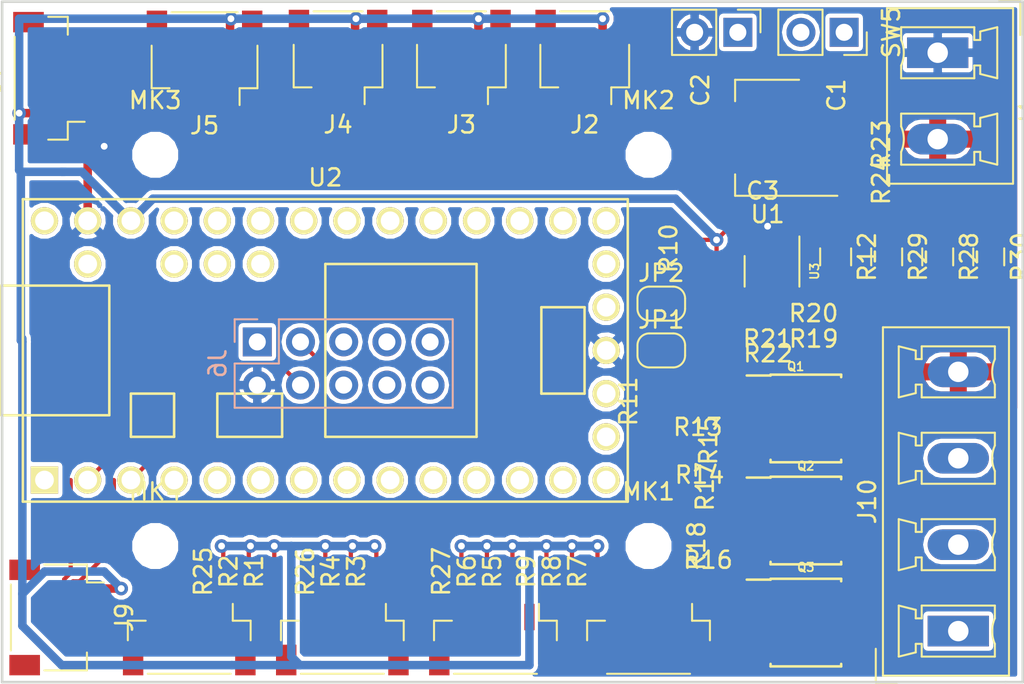
<source format=kicad_pcb>
(kicad_pcb (version 20171130) (host pcbnew 5.0.0-rc2-unknown-2cb65f9~65~ubuntu17.10.1)
  (layers (0 F.Cu signal) (31 B.Cu signal) (34 B.Paste user) (35 F.Paste user) (36 B.SilkS user) (37 F.SilkS user) (38 B.Mask user) (39 F.Mask user) (44 Edge.Cuts user))
  (net 0 "")
  (net 1 "Net-(R19-Pad2)")
  (net 2 "Net-(R21-Pad2)")
  (net 3 /I2C_SDA)
  (net 4 /I2C_SCL)
  (net 5 +3V3)
  (net 6 GND)
  (net 7 +12V)
  (net 8 /ENC_3A)
  (net 9 "Net-(Q3-Pad4)")
  (net 10 /PWM_B)
  (net 11 /ENC_3B)
  (net 12 /ENC_2A)
  (net 13 /ENC_2B)
  (net 14 /ENC_1A)
  (net 15 /ENC_1B)
  (net 16 /ENC_4A)
  (net 17 /ENC_4B)
  (net 18 /PWM_R)
  (net 19 "Net-(Q1-Pad4)")
  (net 20 "Net-(Q2-Pad4)")
  (net 21 /PWM_G)
  (net 22 /ADC_3)
  (net 23 /ADC_2)
  (net 24 /ADC_1)
  (net 25 /TX)
  (net 26 /RX)
  (net 27 "Net-(U2-Pad18)")
  (net 28 /SW2)
  (net 29 "Net-(U2-Pad20)")
  (net 30 "Net-(U2-Pad16)")
  (net 31 "Net-(U2-Pad15)")
  (net 32 /MISO0)
  (net 33 /SCK0)
  (net 34 /SDA)
  (net 35 /SCL)
  (net 36 /SW3)
  (net 37 +5V)
  (net 38 "Net-(U2-Pad34)")
  (net 39 "Net-(U2-Pad35)")
  (net 40 /SW4)
  (net 41 "Net-(U2-Pad37)")
  (net 42 /MOSI0)
  (net 43 /CS0)
  (net 44 /SW1)
  (net 45 "Net-(U2-Pad1)")
  (net 46 "Net-(JP1-Pad1)")
  (net 47 "Net-(JP2-Pad1)")
  (net 48 "Net-(R23-Pad1)")
  (net 49 "Net-(R23-Pad2)")
  (net 50 "Net-(J10-Pad3)")
  (net 51 "Net-(J10-Pad2)")
  (net 52 "Net-(J10-Pad1)")
  (net 53 "Net-(J6-Pad1)")
  (net 54 /12V_SHUNT)
  (module Capacitor_SMD:C_0402_1005Metric (layer F.Cu) (at 144.7125 112.3)
    (fp_text reference C3 (at 0 -1.18) (layer F.SilkS))
    (fp_text value 0.1uF)
    (pad 1 smd rect (at -0.3875 0) (size 0.575 0.65) (layers F.Cu F.Paste F.Mask) (net 5 +3V3))
    (pad 2 smd rect (at 0.3875 0) (size 0.575 0.65) (layers F.Cu F.Paste F.Mask) (net 6 GND))
  )
  (module Capacitor_SMD:C_0603_1608Metric (layer F.Cu) (at 139.6 105.2 270)
    (fp_text reference C2 (at 0 -1.45 270) (layer F.SilkS))
    (fp_text value 10uF)
    (pad 1 smd rect (at -0.8 0 270) (size 0.82 1) (layers F.Cu F.Paste F.Mask) (net 37 +5V))
    (pad 2 smd rect (at 0.8 0 270) (size 0.82 1) (layers F.Cu F.Paste F.Mask) (net 6 GND))
  )
  (module Resistor_SMD:R_0402_1005Metric (layer F.Cu) (at 138 123.5 90)
    (fp_text reference R11 (at 0 -1.18 90) (layer F.SilkS))
    (fp_text value 10K)
    (pad 2 smd rect (at 0.3875 0 90) (size 0.575 0.65) (layers F.Cu F.Paste F.Mask) (net 46 "Net-(JP1-Pad1)"))
    (pad 1 smd rect (at -0.3875 0 90) (size 0.575 0.65) (layers F.Cu F.Paste F.Mask) (net 5 +3V3))
  )
  (module Resistor_SMD:R_0402_1005Metric (layer F.Cu) (at 138 114.5 270)
    (fp_text reference R10 (at 0 -1.18 270) (layer F.SilkS))
    (fp_text value 10K)
    (pad 1 smd rect (at -0.3875 0 270) (size 0.575 0.65) (layers F.Cu F.Paste F.Mask) (net 5 +3V3))
    (pad 2 smd rect (at 0.3875 0 270) (size 0.575 0.65) (layers F.Cu F.Paste F.Mask) (net 47 "Net-(JP2-Pad1)"))
  )
  (module Connector_JST:JST_SH_SM03B-SRSS-TB_1x03-1MP_P1.00mm_Horizontal (layer F.Cu) (at 127 103.25 180)
    (fp_text reference J3 (at 0 -3.98 180) (layer F.SilkS))
    (fp_text value ADC2)
    (pad MP smd rect (at 2.3 1.875 180) (size 1.2 1.8) (layers F.Cu F.Paste F.Mask))
    (pad MP smd rect (at -2.3 1.875 180) (size 1.2 1.8) (layers F.Cu F.Paste F.Mask))
    (pad 3 smd rect (at 1 -2 180) (size 0.6 1.55) (layers F.Cu F.Paste F.Mask) (net 6 GND))
    (pad 2 smd rect (at 0 -2 180) (size 0.6 1.55) (layers F.Cu F.Paste F.Mask) (net 23 /ADC_2))
    (pad 1 smd rect (at -1 -2 180) (size 0.6 1.55) (layers F.Cu F.Paste F.Mask) (net 5 +3V3))
  )
  (module Connector_JST:JST_SH_SM03B-SRSS-TB_1x03-1MP_P1.00mm_Horizontal (layer F.Cu) (at 134.25 103.25 180)
    (fp_text reference J2 (at 0 -3.98 180) (layer F.SilkS))
    (fp_text value ADC1)
    (pad 1 smd rect (at -1 -2 180) (size 0.6 1.55) (layers F.Cu F.Paste F.Mask) (net 5 +3V3))
    (pad 2 smd rect (at 0 -2 180) (size 0.6 1.55) (layers F.Cu F.Paste F.Mask) (net 24 /ADC_1))
    (pad 3 smd rect (at 1 -2 180) (size 0.6 1.55) (layers F.Cu F.Paste F.Mask) (net 6 GND))
    (pad MP smd rect (at -2.3 1.875 180) (size 1.2 1.8) (layers F.Cu F.Paste F.Mask))
    (pad MP smd rect (at 2.3 1.875 180) (size 1.2 1.8) (layers F.Cu F.Paste F.Mask))
  )
  (module Connector_JST:JST_SH_SM03B-SRSS-TB_1x03-1MP_P1.00mm_Horizontal (layer F.Cu) (at 119.75 103.25 180)
    (fp_text reference J4 (at 0 -3.98 180) (layer F.SilkS))
    (fp_text value ADC3)
    (pad 1 smd rect (at -1 -2 180) (size 0.6 1.55) (layers F.Cu F.Paste F.Mask) (net 5 +3V3))
    (pad 2 smd rect (at 0 -2 180) (size 0.6 1.55) (layers F.Cu F.Paste F.Mask) (net 22 /ADC_3))
    (pad 3 smd rect (at 1 -2 180) (size 0.6 1.55) (layers F.Cu F.Paste F.Mask) (net 6 GND))
    (pad MP smd rect (at -2.3 1.875 180) (size 1.2 1.8) (layers F.Cu F.Paste F.Mask))
    (pad MP smd rect (at 2.3 1.875 180) (size 1.2 1.8) (layers F.Cu F.Paste F.Mask))
  )
  (module Connector_JST:JST_SH_BM05B-SRSS-TB_1x05-1MP_P1.00mm_Vertical (layer F.Cu) (at 138 137.5 180)
    (fp_text reference SW4 (at 0 -3.3 180) (layer F.SilkS))
    (fp_text value Rotary_Encoder_Switch)
    (pad MP smd rect (at 3.3 -1.2 180) (size 1.2 1.8) (layers F.Cu F.Paste F.Mask))
    (pad MP smd rect (at -3.3 -1.2 180) (size 1.2 1.8) (layers F.Cu F.Paste F.Mask))
    (pad 5 smd rect (at 2 1.325 180) (size 0.6 1.55) (layers F.Cu F.Paste F.Mask) (net 6 GND))
    (pad 4 smd rect (at 1 1.325 180) (size 0.6 1.55) (layers F.Cu F.Paste F.Mask) (net 40 /SW4))
    (pad 3 smd rect (at 0 1.325 180) (size 0.6 1.55) (layers F.Cu F.Paste F.Mask) (net 17 /ENC_4B))
    (pad 2 smd rect (at -1 1.325 180) (size 0.6 1.55) (layers F.Cu F.Paste F.Mask) (net 6 GND))
    (pad 1 smd rect (at -2 1.325 180) (size 0.6 1.55) (layers F.Cu F.Paste F.Mask) (net 16 /ENC_4A))
  )
  (module Connector_JST:JST_SH_BM05B-SRSS-TB_1x05-1MP_P1.00mm_Vertical (layer F.Cu) (at 129 137.5 180)
    (fp_text reference SW3 (at 0 -3.3 180) (layer F.SilkS))
    (fp_text value Rotary_Encoder_Switch)
    (pad 1 smd rect (at -2 1.325 180) (size 0.6 1.55) (layers F.Cu F.Paste F.Mask) (net 8 /ENC_3A))
    (pad 2 smd rect (at -1 1.325 180) (size 0.6 1.55) (layers F.Cu F.Paste F.Mask) (net 6 GND))
    (pad 3 smd rect (at 0 1.325 180) (size 0.6 1.55) (layers F.Cu F.Paste F.Mask) (net 11 /ENC_3B))
    (pad 4 smd rect (at 1 1.325 180) (size 0.6 1.55) (layers F.Cu F.Paste F.Mask) (net 36 /SW3))
    (pad 5 smd rect (at 2 1.325 180) (size 0.6 1.55) (layers F.Cu F.Paste F.Mask) (net 6 GND))
    (pad MP smd rect (at -3.3 -1.2 180) (size 1.2 1.8) (layers F.Cu F.Paste F.Mask))
    (pad MP smd rect (at 3.3 -1.2 180) (size 1.2 1.8) (layers F.Cu F.Paste F.Mask))
  )
  (module Connector_JST:JST_SH_BM05B-SRSS-TB_1x05-1MP_P1.00mm_Vertical (layer F.Cu) (at 120 137.5 180)
    (fp_text reference SW2 (at 0 -3.3 180) (layer F.SilkS))
    (fp_text value Rotary_Encoder_Switch)
    (pad MP smd rect (at 3.3 -1.2 180) (size 1.2 1.8) (layers F.Cu F.Paste F.Mask))
    (pad MP smd rect (at -3.3 -1.2 180) (size 1.2 1.8) (layers F.Cu F.Paste F.Mask))
    (pad 5 smd rect (at 2 1.325 180) (size 0.6 1.55) (layers F.Cu F.Paste F.Mask) (net 6 GND))
    (pad 4 smd rect (at 1 1.325 180) (size 0.6 1.55) (layers F.Cu F.Paste F.Mask) (net 28 /SW2))
    (pad 3 smd rect (at 0 1.325 180) (size 0.6 1.55) (layers F.Cu F.Paste F.Mask) (net 13 /ENC_2B))
    (pad 2 smd rect (at -1 1.325 180) (size 0.6 1.55) (layers F.Cu F.Paste F.Mask) (net 6 GND))
    (pad 1 smd rect (at -2 1.325 180) (size 0.6 1.55) (layers F.Cu F.Paste F.Mask) (net 12 /ENC_2A))
  )
  (module Connector_JST:JST_SH_BM05B-SRSS-TB_1x05-1MP_P1.00mm_Vertical (layer F.Cu) (at 111 137.5 180)
    (fp_text reference SW1 (at 0 -3.3 180) (layer F.SilkS))
    (fp_text value Rotary_Encoder_Switch)
    (pad 1 smd rect (at -2 1.325 180) (size 0.6 1.55) (layers F.Cu F.Paste F.Mask) (net 14 /ENC_1A))
    (pad 2 smd rect (at -1 1.325 180) (size 0.6 1.55) (layers F.Cu F.Paste F.Mask) (net 6 GND))
    (pad 3 smd rect (at 0 1.325 180) (size 0.6 1.55) (layers F.Cu F.Paste F.Mask) (net 15 /ENC_1B))
    (pad 4 smd rect (at 1 1.325 180) (size 0.6 1.55) (layers F.Cu F.Paste F.Mask) (net 44 /SW1))
    (pad 5 smd rect (at 2 1.325 180) (size 0.6 1.55) (layers F.Cu F.Paste F.Mask) (net 6 GND))
    (pad MP smd rect (at -3.3 -1.2 180) (size 1.2 1.8) (layers F.Cu F.Paste F.Mask))
    (pad MP smd rect (at 3.3 -1.2 180) (size 1.2 1.8) (layers F.Cu F.Paste F.Mask))
  )
  (module MountingHole:MountingHole_2.2mm_M2 (layer F.Cu) (at 109 109)
    (fp_text reference MK3 (at 0 -3.2) (layer F.SilkS))
    (fp_text value Mounting_Hole)
    (pad 1 np_thru_hole circle (at 0 0) (size 2.2 2.2) (drill 2.2) (layers *.Cu *.Mask))
  )
  (module MountingHole:MountingHole_2.2mm_M2 (layer F.Cu) (at 109 132)
    (fp_text reference MK4 (at 0 -3.2) (layer F.SilkS))
    (fp_text value Mounting_Hole)
    (pad 1 np_thru_hole circle (at 0 0) (size 2.2 2.2) (drill 2.2) (layers *.Cu *.Mask))
  )
  (module MountingHole:MountingHole_2.2mm_M2 (layer F.Cu) (at 138 132)
    (fp_text reference MK1 (at 0 -3.2) (layer F.SilkS))
    (fp_text value Mounting_Hole)
    (pad 1 np_thru_hole circle (at 0 0) (size 2.2 2.2) (drill 2.2) (layers *.Cu *.Mask))
  )
  (module MountingHole:MountingHole_2.2mm_M2 (layer F.Cu) (at 138 109)
    (fp_text reference MK2 (at 0 -3.2) (layer F.SilkS))
    (fp_text value Mounting_Hole)
    (pad 1 np_thru_hole circle (at 0 0) (size 2.2 2.2) (drill 2.2) (layers *.Cu *.Mask))
  )
  (module Resistor_SMD:R_0402_1005Metric (layer F.Cu) (at 147.7 119.5)
    (fp_text reference R20 (at 0 -1.18) (layer F.SilkS))
    (fp_text value 10K)
    (pad 2 smd rect (at 0.3875 0) (size 0.575 0.65) (layers F.Cu F.Paste F.Mask) (net 6 GND))
    (pad 1 smd rect (at -0.3875 0) (size 0.575 0.65) (layers F.Cu F.Paste F.Mask) (net 1 "Net-(R19-Pad2)"))
  )
  (module Resistor_SMD:R_0402_1005Metric (layer F.Cu) (at 147.7125 121)
    (fp_text reference R19 (at 0 -1.18) (layer F.SilkS))
    (fp_text value 10K)
    (pad 1 smd rect (at -0.3875 0) (size 0.575 0.65) (layers F.Cu F.Paste F.Mask) (net 5 +3V3))
    (pad 2 smd rect (at 0.3875 0) (size 0.575 0.65) (layers F.Cu F.Paste F.Mask) (net 1 "Net-(R19-Pad2)"))
  )
  (module Resistor_SMD:R_0402_1005Metric (layer F.Cu) (at 142 132 90)
    (fp_text reference R18 (at 0 -1.18 90) (layer F.SilkS))
    (fp_text value 10K)
    (pad 2 smd rect (at 0.3875 0 90) (size 0.575 0.65) (layers F.Cu F.Paste F.Mask) (net 6 GND))
    (pad 1 smd rect (at -0.3875 0 90) (size 0.575 0.65) (layers F.Cu F.Paste F.Mask) (net 9 "Net-(Q3-Pad4)"))
  )
  (module Resistor_SMD:R_0402_1005Metric (layer F.Cu) (at 142.5 128.5 90)
    (fp_text reference R17 (at 0 -1.18 90) (layer F.SilkS))
    (fp_text value 10K)
    (pad 1 smd rect (at -0.3875 0 90) (size 0.575 0.65) (layers F.Cu F.Paste F.Mask) (net 20 "Net-(Q2-Pad4)"))
    (pad 2 smd rect (at 0.3875 0 90) (size 0.575 0.65) (layers F.Cu F.Paste F.Mask) (net 6 GND))
  )
  (module Resistor_SMD:R_0402_1005Metric (layer F.Cu) (at 141.5 134)
    (fp_text reference R16 (at 0 -1.18) (layer F.SilkS))
    (fp_text value 100R)
    (pad 2 smd rect (at 0.3875 0) (size 0.575 0.65) (layers F.Cu F.Paste F.Mask) (net 9 "Net-(Q3-Pad4)"))
    (pad 1 smd rect (at -0.3875 0) (size 0.575 0.65) (layers F.Cu F.Paste F.Mask) (net 18 /PWM_R))
  )
  (module Resistor_SMD:R_0402_1005Metric (layer F.Cu) (at 142.7 125.79 90)
    (fp_text reference R15 (at 0 -1.18 90) (layer F.SilkS))
    (fp_text value 10K)
    (pad 1 smd rect (at -0.3875 0 90) (size 0.575 0.65) (layers F.Cu F.Paste F.Mask) (net 19 "Net-(Q1-Pad4)"))
    (pad 2 smd rect (at 0.3875 0 90) (size 0.575 0.65) (layers F.Cu F.Paste F.Mask) (net 6 GND))
  )
  (module Resistor_SMD:R_0402_1005Metric (layer F.Cu) (at 141 129)
    (fp_text reference R14 (at 0 -1.18) (layer F.SilkS))
    (fp_text value 100R)
    (pad 2 smd rect (at 0.3875 0) (size 0.575 0.65) (layers F.Cu F.Paste F.Mask) (net 20 "Net-(Q2-Pad4)"))
    (pad 1 smd rect (at -0.3875 0) (size 0.575 0.65) (layers F.Cu F.Paste F.Mask) (net 21 /PWM_G))
  )
  (module Resistor_SMD:R_0402_1005Metric (layer F.Cu) (at 140.9 126.19)
    (fp_text reference R13 (at 0 -1.18) (layer F.SilkS))
    (fp_text value 100R)
    (pad 1 smd rect (at -0.3875 0) (size 0.575 0.65) (layers F.Cu F.Paste F.Mask) (net 10 /PWM_B))
    (pad 2 smd rect (at 0.3875 0) (size 0.575 0.65) (layers F.Cu F.Paste F.Mask) (net 19 "Net-(Q1-Pad4)"))
  )
  (module Resistor_SMD:R_0402_1005Metric (layer F.Cu) (at 132 133.5 90)
    (fp_text reference R9 (at 0 -1.18 90) (layer F.SilkS))
    (fp_text value 10K)
    (pad 2 smd rect (at 0.3875 0 90) (size 0.575 0.65) (layers F.Cu F.Paste F.Mask) (net 5 +3V3))
    (pad 1 smd rect (at -0.3875 0 90) (size 0.575 0.65) (layers F.Cu F.Paste F.Mask) (net 40 /SW4))
  )
  (module Resistor_SMD:R_0402_1005Metric (layer F.Cu) (at 133.5 133.5 90)
    (fp_text reference R8 (at 0 -1.18 90) (layer F.SilkS))
    (fp_text value 10K)
    (pad 2 smd rect (at 0.3875 0 90) (size 0.575 0.65) (layers F.Cu F.Paste F.Mask) (net 5 +3V3))
    (pad 1 smd rect (at -0.3875 0 90) (size 0.575 0.65) (layers F.Cu F.Paste F.Mask) (net 17 /ENC_4B))
  )
  (module Resistor_SMD:R_0402_1005Metric (layer F.Cu) (at 145 121)
    (fp_text reference R21 (at 0 -1.18) (layer F.SilkS))
    (fp_text value 10K)
    (pad 1 smd rect (at -0.3875 0) (size 0.575 0.65) (layers F.Cu F.Paste F.Mask) (net 5 +3V3))
    (pad 2 smd rect (at 0.3875 0) (size 0.575 0.65) (layers F.Cu F.Paste F.Mask) (net 2 "Net-(R21-Pad2)"))
  )
  (module Resistor_SMD:R_0402_1005Metric (layer F.Cu) (at 135 133.5 90)
    (fp_text reference R7 (at 0 -1.18 90) (layer F.SilkS))
    (fp_text value 10K)
    (pad 1 smd rect (at -0.3875 0 90) (size 0.575 0.65) (layers F.Cu F.Paste F.Mask) (net 16 /ENC_4A))
    (pad 2 smd rect (at 0.3875 0 90) (size 0.575 0.65) (layers F.Cu F.Paste F.Mask) (net 5 +3V3))
  )
  (module Resistor_SMD:R_0402_1005Metric (layer F.Cu) (at 116 133.5 90)
    (fp_text reference R1 (at 0 -1.18 90) (layer F.SilkS))
    (fp_text value 10K)
    (pad 2 smd rect (at 0.3875 0 90) (size 0.575 0.65) (layers F.Cu F.Paste F.Mask) (net 5 +3V3))
    (pad 1 smd rect (at -0.3875 0 90) (size 0.575 0.65) (layers F.Cu F.Paste F.Mask) (net 14 /ENC_1A))
  )
  (module Resistor_SMD:R_0402_1005Metric (layer F.Cu) (at 114.5 133.5 90)
    (fp_text reference R2 (at 0 -1.18 90) (layer F.SilkS))
    (fp_text value 10K)
    (pad 1 smd rect (at -0.3875 0 90) (size 0.575 0.65) (layers F.Cu F.Paste F.Mask) (net 15 /ENC_1B))
    (pad 2 smd rect (at 0.3875 0 90) (size 0.575 0.65) (layers F.Cu F.Paste F.Mask) (net 5 +3V3))
  )
  (module Resistor_SMD:R_0402_1005Metric (layer F.Cu) (at 122 133.5 90)
    (fp_text reference R3 (at 0 -1.18 90) (layer F.SilkS))
    (fp_text value 10K)
    (pad 2 smd rect (at 0.3875 0 90) (size 0.575 0.65) (layers F.Cu F.Paste F.Mask) (net 5 +3V3))
    (pad 1 smd rect (at -0.3875 0 90) (size 0.575 0.65) (layers F.Cu F.Paste F.Mask) (net 12 /ENC_2A))
  )
  (module Resistor_SMD:R_0402_1005Metric (layer F.Cu) (at 120.5 133.5 90)
    (fp_text reference R4 (at 0 -1.18 90) (layer F.SilkS))
    (fp_text value 10K)
    (pad 1 smd rect (at -0.3875 0 90) (size 0.575 0.65) (layers F.Cu F.Paste F.Mask) (net 13 /ENC_2B))
    (pad 2 smd rect (at 0.3875 0 90) (size 0.575 0.65) (layers F.Cu F.Paste F.Mask) (net 5 +3V3))
  )
  (module Resistor_SMD:R_0402_1005Metric (layer F.Cu) (at 130 133.5 90)
    (fp_text reference R5 (at 0 -1.18 90) (layer F.SilkS))
    (fp_text value 10K)
    (pad 2 smd rect (at 0.3875 0 90) (size 0.575 0.65) (layers F.Cu F.Paste F.Mask) (net 5 +3V3))
    (pad 1 smd rect (at -0.3875 0 90) (size 0.575 0.65) (layers F.Cu F.Paste F.Mask) (net 8 /ENC_3A))
  )
  (module Resistor_SMD:R_0402_1005Metric (layer F.Cu) (at 128.5 133.5 90)
    (fp_text reference R6 (at 0 -1.18 90) (layer F.SilkS))
    (fp_text value 10K)
    (pad 1 smd rect (at -0.3875 0 90) (size 0.575 0.65) (layers F.Cu F.Paste F.Mask) (net 11 /ENC_3B))
    (pad 2 smd rect (at 0.3875 0 90) (size 0.575 0.65) (layers F.Cu F.Paste F.Mask) (net 5 +3V3))
  )
  (module Resistor_SMD:R_0402_1005Metric (layer F.Cu) (at 127 133.5 90)
    (fp_text reference R27 (at 0 -1.18 90) (layer F.SilkS))
    (fp_text value 10K)
    (pad 2 smd rect (at 0.3875 0 90) (size 0.575 0.65) (layers F.Cu F.Paste F.Mask) (net 5 +3V3))
    (pad 1 smd rect (at -0.3875 0 90) (size 0.575 0.65) (layers F.Cu F.Paste F.Mask) (net 36 /SW3))
  )
  (module Resistor_SMD:R_0402_1005Metric (layer F.Cu) (at 119 133.5 90)
    (fp_text reference R26 (at 0 -1.18 90) (layer F.SilkS))
    (fp_text value 10K)
    (pad 1 smd rect (at -0.3875 0 90) (size 0.575 0.65) (layers F.Cu F.Paste F.Mask) (net 28 /SW2))
    (pad 2 smd rect (at 0.3875 0 90) (size 0.575 0.65) (layers F.Cu F.Paste F.Mask) (net 5 +3V3))
  )
  (module Resistor_SMD:R_0402_1005Metric (layer F.Cu) (at 113 133.5 90)
    (fp_text reference R25 (at 0 -1.18 90) (layer F.SilkS))
    (fp_text value 10K)
    (pad 2 smd rect (at 0.3875 0 90) (size 0.575 0.65) (layers F.Cu F.Paste F.Mask) (net 5 +3V3))
    (pad 1 smd rect (at -0.3875 0 90) (size 0.575 0.65) (layers F.Cu F.Paste F.Mask) (net 44 /SW1))
  )
  (module Resistor_SMD:R_0402_1005Metric (layer F.Cu) (at 150.5 110.5 270)
    (fp_text reference R24 (at 0 -1.18 270) (layer F.SilkS))
    (fp_text value 10K)
    (pad 1 smd rect (at -0.3875 0 270) (size 0.575 0.65) (layers F.Cu F.Paste F.Mask) (net 49 "Net-(R23-Pad2)"))
    (pad 2 smd rect (at 0.3875 0 270) (size 0.575 0.65) (layers F.Cu F.Paste F.Mask) (net 6 GND))
  )
  (module Resistor_SMD:R_0402_1005Metric (layer F.Cu) (at 150.5 108.3875 270)
    (fp_text reference R23 (at 0 -1.18 270) (layer F.SilkS))
    (fp_text value 10K)
    (pad 2 smd rect (at 0.3875 0 270) (size 0.575 0.65) (layers F.Cu F.Paste F.Mask) (net 49 "Net-(R23-Pad2)"))
    (pad 1 smd rect (at -0.3875 0 270) (size 0.575 0.65) (layers F.Cu F.Paste F.Mask) (net 48 "Net-(R23-Pad1)"))
  )
  (module Resistor_SMD:R_0402_1005Metric (layer F.Cu) (at 145.03 119.5 180)
    (fp_text reference R22 (at 0 -1.18 180) (layer F.SilkS))
    (fp_text value 10K)
    (pad 1 smd rect (at -0.3875 0 180) (size 0.575 0.65) (layers F.Cu F.Paste F.Mask) (net 2 "Net-(R21-Pad2)"))
    (pad 2 smd rect (at 0.3875 0 180) (size 0.575 0.65) (layers F.Cu F.Paste F.Mask) (net 6 GND))
  )
  (module Resistor_SMD:R_1206_3216Metric (layer F.Cu) (at 158 115 270)
    (fp_text reference R30 (at 0 -1.85 270) (layer F.SilkS))
    (fp_text value 0R1)
    (pad 2 smd rect (at 1.43 0 270) (size 1.22 1.8) (layers F.Cu F.Paste F.Mask) (net 54 /12V_SHUNT))
    (pad 1 smd rect (at -1.43 0 270) (size 1.22 1.8) (layers F.Cu F.Paste F.Mask) (net 7 +12V))
  )
  (module Resistor_SMD:R_1206_3216Metric (layer F.Cu) (at 149 115 270)
    (fp_text reference R12 (at 0 -1.85 270) (layer F.SilkS))
    (fp_text value 0R1)
    (pad 1 smd rect (at -1.43 0 270) (size 1.22 1.8) (layers F.Cu F.Paste F.Mask) (net 7 +12V))
    (pad 2 smd rect (at 1.43 0 270) (size 1.22 1.8) (layers F.Cu F.Paste F.Mask) (net 54 /12V_SHUNT))
  )
  (module Resistor_SMD:R_1206_3216Metric (layer F.Cu) (at 155 115 270)
    (fp_text reference R28 (at 0 -1.85 270) (layer F.SilkS))
    (fp_text value 0R1)
    (pad 2 smd rect (at 1.43 0 270) (size 1.22 1.8) (layers F.Cu F.Paste F.Mask) (net 54 /12V_SHUNT))
    (pad 1 smd rect (at -1.43 0 270) (size 1.22 1.8) (layers F.Cu F.Paste F.Mask) (net 7 +12V))
  )
  (module Resistor_SMD:R_1206_3216Metric (layer F.Cu) (at 152 115 270)
    (fp_text reference R29 (at 0 -1.85 270) (layer F.SilkS))
    (fp_text value 0R1)
    (pad 1 smd rect (at -1.43 0 270) (size 1.22 1.8) (layers F.Cu F.Paste F.Mask) (net 7 +12V))
    (pad 2 smd rect (at 1.43 0 270) (size 1.22 1.8) (layers F.Cu F.Paste F.Mask) (net 54 /12V_SHUNT))
  )
  (module Capacitor_SMD:C_0603_1608Metric (layer F.Cu) (at 150.5 105.5 90)
    (fp_text reference C1 (at 0 -1.45 90) (layer F.SilkS))
    (fp_text value 10uF)
    (pad 2 smd rect (at 0.8 0 90) (size 0.82 1) (layers F.Cu F.Paste F.Mask) (net 6 GND))
    (pad 1 smd rect (at -0.8 0 90) (size 0.82 1) (layers F.Cu F.Paste F.Mask) (net 7 +12V))
  )
  (module Connector_JST:JST_SH_BM05B-SRSS-TB_1x05-1MP_P1.00mm_Vertical (layer F.Cu) (at 102.75 104.5 90)
    (fp_text reference J7 (at 0 -3.3 90) (layer F.SilkS))
    (fp_text value SPI)
    (pad 1 smd rect (at -2 1.325 90) (size 0.6 1.55) (layers F.Cu F.Paste F.Mask) (net 5 +3V3))
    (pad 2 smd rect (at -1 1.325 90) (size 0.6 1.55) (layers F.Cu F.Paste F.Mask) (net 42 /MOSI0))
    (pad 3 smd rect (at 0 1.325 90) (size 0.6 1.55) (layers F.Cu F.Paste F.Mask) (net 32 /MISO0))
    (pad 4 smd rect (at 1 1.325 90) (size 0.6 1.55) (layers F.Cu F.Paste F.Mask) (net 33 /SCK0))
    (pad 5 smd rect (at 2 1.325 90) (size 0.6 1.55) (layers F.Cu F.Paste F.Mask) (net 6 GND))
    (pad MP smd rect (at -3.3 -1.2 90) (size 1.2 1.8) (layers F.Cu F.Paste F.Mask))
    (pad MP smd rect (at 3.3 -1.2 90) (size 1.2 1.8) (layers F.Cu F.Paste F.Mask))
  )
  (module Connector_JST:JST_SH_SM04B-SRSS-TB_1x04-1MP_P1.00mm_Horizontal (layer F.Cu) (at 103.2 136.2 270)
    (fp_text reference J9 (at 0 -3.98 270) (layer F.SilkS))
    (fp_text value UART)
    (pad MP smd rect (at 2.8 1.875 270) (size 1.2 1.8) (layers F.Cu F.Paste F.Mask))
    (pad MP smd rect (at -2.8 1.875 270) (size 1.2 1.8) (layers F.Cu F.Paste F.Mask))
    (pad 4 smd rect (at 1.5 -2 270) (size 0.6 1.55) (layers F.Cu F.Paste F.Mask) (net 6 GND))
    (pad 3 smd rect (at 0.5 -2 270) (size 0.6 1.55) (layers F.Cu F.Paste F.Mask) (net 26 /RX))
    (pad 2 smd rect (at -0.5 -2 270) (size 0.6 1.55) (layers F.Cu F.Paste F.Mask) (net 25 /TX))
    (pad 1 smd rect (at -1.5 -2 270) (size 0.6 1.55) (layers F.Cu F.Paste F.Mask) (net 5 +3V3))
  )
  (module Connector_JST:JST_SH_SM04B-SRSS-TB_1x04-1MP_P1.00mm_Horizontal (layer F.Cu) (at 111.9 103.3 180)
    (fp_text reference J5 (at 0 -3.98 180) (layer F.SilkS))
    (fp_text value I2C)
    (pad 1 smd rect (at -1.5 -2 180) (size 0.6 1.55) (layers F.Cu F.Paste F.Mask) (net 5 +3V3))
    (pad 2 smd rect (at -0.5 -2 180) (size 0.6 1.55) (layers F.Cu F.Paste F.Mask) (net 34 /SDA))
    (pad 3 smd rect (at 0.5 -2 180) (size 0.6 1.55) (layers F.Cu F.Paste F.Mask) (net 35 /SCL))
    (pad 4 smd rect (at 1.5 -2 180) (size 0.6 1.55) (layers F.Cu F.Paste F.Mask) (net 6 GND))
    (pad MP smd rect (at -2.8 1.875 180) (size 1.2 1.8) (layers F.Cu F.Paste F.Mask))
    (pad MP smd rect (at 2.8 1.875 180) (size 1.2 1.8) (layers F.Cu F.Paste F.Mask))
  )
  (module Connector_Phoenix_MC:PhoenixContact_MCV_1,5_2-G-5.08_1x02_P5.08mm_Vertical (layer F.Cu) (at 155 103 270)
    (fp_text reference J1 (at 3.54 -5.35 270) (layer F.SilkS))
    (fp_text value PWR_IN)
    (pad 1 thru_hole rect (at 0 0 270) (size 1.8 3.6) (drill 1.2) (layers *.Cu *.Mask) (net 6 GND))
    (pad 2 thru_hole oval (at 5.08 0 270) (size 1.8 3.6) (drill 1.2) (layers *.Cu *.Mask) (net 7 +12V))
  )
  (module Connector_Phoenix_MC:PhoenixContact_MCV_1,5_4-G-5.08_1x04_P5.08mm_Vertical (layer F.Cu) (at 156.21 137 90)
    (fp_text reference J10 (at 7.62 -5.35 90) (layer F.SilkS))
    (fp_text value Conn_01x04)
    (pad 1 thru_hole rect (at 0 0 90) (size 1.8 3.6) (drill 1.2) (layers *.Cu *.Mask) (net 52 "Net-(J10-Pad1)"))
    (pad 2 thru_hole oval (at 5.08 0 90) (size 1.8 3.6) (drill 1.2) (layers *.Cu *.Mask) (net 51 "Net-(J10-Pad2)"))
    (pad 3 thru_hole oval (at 10.16 0 90) (size 1.8 3.6) (drill 1.2) (layers *.Cu *.Mask) (net 50 "Net-(J10-Pad3)"))
    (pad 4 thru_hole oval (at 15.24 0 90) (size 1.8 3.6) (drill 1.2) (layers *.Cu *.Mask) (net 54 /12V_SHUNT))
  )
  (module Connector_PinHeader_2.54mm:PinHeader_2x05_P2.54mm_Vertical (layer B.Cu) (at 115 120 270)
    (fp_text reference J6 (at 1.27 2.33 270) (layer B.SilkS) (effects (justify mirror)))
    (fp_text value UEXT)
    (pad 1 thru_hole rect (at 0 0 270) (size 1.7 1.7) (drill 1) (layers *.Cu *.Mask) (net 53 "Net-(J6-Pad1)"))
    (pad 2 thru_hole oval (at 2.54 0 270) (size 1.7 1.7) (drill 1) (layers *.Cu *.Mask) (net 6 GND))
    (pad 3 thru_hole oval (at 0 -2.54 270) (size 1.7 1.7) (drill 1) (layers *.Cu *.Mask) (net 25 /TX))
    (pad 4 thru_hole oval (at 2.54 -2.54 270) (size 1.7 1.7) (drill 1) (layers *.Cu *.Mask) (net 26 /RX))
    (pad 5 thru_hole oval (at 0 -5.08 270) (size 1.7 1.7) (drill 1) (layers *.Cu *.Mask) (net 35 /SCL))
    (pad 6 thru_hole oval (at 2.54 -5.08 270) (size 1.7 1.7) (drill 1) (layers *.Cu *.Mask) (net 34 /SDA))
    (pad 7 thru_hole oval (at 0 -7.62 270) (size 1.7 1.7) (drill 1) (layers *.Cu *.Mask) (net 32 /MISO0))
    (pad 8 thru_hole oval (at 2.54 -7.62 270) (size 1.7 1.7) (drill 1) (layers *.Cu *.Mask) (net 42 /MOSI0))
    (pad 9 thru_hole oval (at 0 -10.16 270) (size 1.7 1.7) (drill 1) (layers *.Cu *.Mask) (net 33 /SCK0))
    (pad 10 thru_hole oval (at 2.54 -10.16 270) (size 1.7 1.7) (drill 1) (layers *.Cu *.Mask) (net 43 /CS0))
  )
  (module Connector_PinSocket_2.54mm:PinSocket_1x02_P2.54mm_Vertical (layer F.Cu) (at 149.5 101.8 270)
    (fp_text reference SW5 (at 0 -2.77 270) (layer F.SilkS))
    (fp_text value SW_DIP_x01)
    (pad 1 thru_hole rect (at 0 0 270) (size 1.7 1.7) (drill 1) (layers *.Cu *.Mask) (net 48 "Net-(R23-Pad1)"))
    (pad 2 thru_hole oval (at 0 2.54 270) (size 1.7 1.7) (drill 1) (layers *.Cu *.Mask) (net 37 +5V))
  )
  (module Jumper:SolderJumper-2_P1.3mm_Bridged_RoundedPad1.0x1.5mm (layer F.Cu) (at 138.75 117.75)
    (fp_text reference JP2 (at 0 -1.8) (layer F.SilkS))
    (fp_text value Jumper_NC_Small)
    (pad 2 smd rect (at 0.4 0) (size 0.5 1.5) (layers F.Cu F.Mask) (net 4 /I2C_SCL))
    (pad 1 smd rect (at -0.4 0) (size 0.5 1.5) (layers F.Cu F.Mask) (net 47 "Net-(JP2-Pad1)"))
    (pad 1 smd roundrect (at -0.65 0) (size 1 1.5) (layers F.Cu F.Mask) (roundrect_rratio 0.5) (net 47 "Net-(JP2-Pad1)"))
    (pad 2 smd roundrect (at 0.65 0) (size 1 1.5) (layers F.Cu F.Mask) (roundrect_rratio 0.5) (net 4 /I2C_SCL))
    (pad 1 smd rect (at 0 0) (size 0.5 0.6) (layers F.Cu F.Mask) (net 47 "Net-(JP2-Pad1)"))
  )
  (module Jumper:SolderJumper-2_P1.3mm_Bridged_RoundedPad1.0x1.5mm (layer F.Cu) (at 138.75 120.5)
    (fp_text reference JP1 (at 0 -1.8) (layer F.SilkS))
    (fp_text value Jumper_NC_Small)
    (pad 1 smd rect (at 0 0) (size 0.5 0.6) (layers F.Cu F.Mask) (net 46 "Net-(JP1-Pad1)"))
    (pad 2 smd roundrect (at 0.65 0) (size 1 1.5) (layers F.Cu F.Mask) (roundrect_rratio 0.5) (net 3 /I2C_SDA))
    (pad 1 smd roundrect (at -0.65 0) (size 1 1.5) (layers F.Cu F.Mask) (roundrect_rratio 0.5) (net 46 "Net-(JP1-Pad1)"))
    (pad 1 smd rect (at -0.4 0) (size 0.5 1.5) (layers F.Cu F.Mask) (net 46 "Net-(JP1-Pad1)"))
    (pad 2 smd rect (at 0.4 0) (size 0.5 1.5) (layers F.Cu F.Mask) (net 3 /I2C_SDA))
  )
  (module Package_TO_SOT_SMD:SOT-223-3_TabPin2 (layer F.Cu) (at 145 108 180)
    (fp_text reference U1 (at 0 -4.5 180) (layer F.SilkS))
    (fp_text value AP1117-ADJ)
    (pad 2 smd rect (at 3.15 0 180) (size 2 3.8) (layers F.Cu F.Paste F.Mask) (net 48 "Net-(R23-Pad1)"))
    (pad 2 smd rect (at -3.15 0 180) (size 2 1.5) (layers F.Cu F.Paste F.Mask) (net 48 "Net-(R23-Pad1)"))
    (pad 3 smd rect (at -3.15 2.3 180) (size 2 1.5) (layers F.Cu F.Paste F.Mask) (net 7 +12V))
    (pad 1 smd rect (at -3.15 -2.3 180) (size 2 1.5) (layers F.Cu F.Paste F.Mask) (net 49 "Net-(R23-Pad2)"))
  )
  (module teensy:Teensy30_31_32_LC (layer F.Cu) (at 119 120.5)
    (fp_text reference U2 (at 0 -10.16) (layer F.SilkS))
    (fp_text value Teensy-LC)
    (pad 17 thru_hole circle (at 16.51 0) (size 1.6 1.6) (drill 1.1) (layers *.Cu *.Mask F.SilkS) (net 6 GND))
    (pad 18 thru_hole circle (at 16.51 -2.54) (size 1.6 1.6) (drill 1.1) (layers *.Cu *.Mask F.SilkS) (net 27 "Net-(U2-Pad18)"))
    (pad 19 thru_hole circle (at 16.51 -5.079999) (size 1.6 1.6) (drill 1.1) (layers *.Cu *.Mask F.SilkS) (net 28 /SW2))
    (pad 20 thru_hole circle (at 16.51 -7.62) (size 1.6 1.6) (drill 1.1) (layers *.Cu *.Mask F.SilkS) (net 29 "Net-(U2-Pad20)"))
    (pad 16 thru_hole circle (at 16.51 2.54) (size 1.6 1.6) (drill 1.1) (layers *.Cu *.Mask F.SilkS) (net 30 "Net-(U2-Pad16)"))
    (pad 15 thru_hole circle (at 16.51 5.079999) (size 1.6 1.6) (drill 1.1) (layers *.Cu *.Mask F.SilkS) (net 31 "Net-(U2-Pad15)"))
    (pad 14 thru_hole circle (at 16.51 7.62) (size 1.6 1.6) (drill 1.1) (layers *.Cu *.Mask F.SilkS) (net 32 /MISO0))
    (pad 21 thru_hole circle (at 13.97 -7.62) (size 1.6 1.6) (drill 1.1) (layers *.Cu *.Mask F.SilkS) (net 33 /SCK0))
    (pad 22 thru_hole circle (at 11.43 -7.62) (size 1.6 1.6) (drill 1.1) (layers *.Cu *.Mask F.SilkS) (net 24 /ADC_1))
    (pad 23 thru_hole circle (at 8.89 -7.62) (size 1.6 1.6) (drill 1.1) (layers *.Cu *.Mask F.SilkS) (net 23 /ADC_2))
    (pad 24 thru_hole circle (at 6.35 -7.62) (size 1.6 1.6) (drill 1.1) (layers *.Cu *.Mask F.SilkS) (net 22 /ADC_3))
    (pad 25 thru_hole circle (at 3.81 -7.62) (size 1.6 1.6) (drill 1.1) (layers *.Cu *.Mask F.SilkS) (net 34 /SDA))
    (pad 26 thru_hole circle (at 1.27 -7.62) (size 1.6 1.6) (drill 1.1) (layers *.Cu *.Mask F.SilkS) (net 35 /SCL))
    (pad 27 thru_hole circle (at -1.27 -7.62) (size 1.6 1.6) (drill 1.1) (layers *.Cu *.Mask F.SilkS) (net 18 /PWM_R))
    (pad 28 thru_hole circle (at -3.81 -7.62) (size 1.6 1.6) (drill 1.1) (layers *.Cu *.Mask F.SilkS) (net 36 /SW3))
    (pad 29 thru_hole circle (at -6.35 -7.62) (size 1.6 1.6) (drill 1.1) (layers *.Cu *.Mask F.SilkS) (net 21 /PWM_G))
    (pad 30 thru_hole circle (at -8.89 -7.62) (size 1.6 1.6) (drill 1.1) (layers *.Cu *.Mask F.SilkS) (net 10 /PWM_B))
    (pad 31 thru_hole circle (at -11.43 -7.62) (size 1.6 1.6) (drill 1.1) (layers *.Cu *.Mask F.SilkS) (net 5 +3V3))
    (pad 32 thru_hole circle (at -13.97 -7.62) (size 1.6 1.6) (drill 1.1) (layers *.Cu *.Mask F.SilkS) (net 6 GND))
    (pad 33 thru_hole circle (at -16.51 -7.62) (size 1.6 1.6) (drill 1.1) (layers *.Cu *.Mask F.SilkS) (net 37 +5V))
    (pad 34 thru_hole circle (at -13.97 -5.08) (size 1.6 1.6) (drill 1.1) (layers *.Cu *.Mask F.SilkS) (net 38 "Net-(U2-Pad34)"))
    (pad 35 thru_hole circle (at -8.89 -5.08) (size 1.6 1.6) (drill 1.1) (layers *.Cu *.Mask F.SilkS) (net 39 "Net-(U2-Pad35)"))
    (pad 36 thru_hole circle (at -6.350001 -5.08) (size 1.6 1.6) (drill 1.1) (layers *.Cu *.Mask F.SilkS) (net 40 /SW4))
    (pad 37 thru_hole circle (at -3.81 -5.08) (size 1.6 1.6) (drill 1.1) (layers *.Cu *.Mask F.SilkS) (net 41 "Net-(U2-Pad37)"))
    (pad 13 thru_hole circle (at 13.97 7.62) (size 1.6 1.6) (drill 1.1) (layers *.Cu *.Mask F.SilkS) (net 42 /MOSI0))
    (pad 12 thru_hole circle (at 11.43 7.62) (size 1.6 1.6) (drill 1.1) (layers *.Cu *.Mask F.SilkS) (net 43 /CS0))
    (pad 11 thru_hole circle (at 8.89 7.62) (size 1.6 1.6) (drill 1.1) (layers *.Cu *.Mask F.SilkS) (net 44 /SW1))
    (pad 10 thru_hole circle (at 6.35 7.62) (size 1.6 1.6) (drill 1.1) (layers *.Cu *.Mask F.SilkS) (net 17 /ENC_4B))
    (pad 9 thru_hole circle (at 3.81 7.62) (size 1.6 1.6) (drill 1.1) (layers *.Cu *.Mask F.SilkS) (net 16 /ENC_4A))
    (pad 8 thru_hole circle (at 1.27 7.62) (size 1.6 1.6) (drill 1.1) (layers *.Cu *.Mask F.SilkS) (net 11 /ENC_3B))
    (pad 7 thru_hole circle (at -1.27 7.62) (size 1.6 1.6) (drill 1.1) (layers *.Cu *.Mask F.SilkS) (net 8 /ENC_3A))
    (pad 6 thru_hole circle (at -3.81 7.62) (size 1.6 1.6) (drill 1.1) (layers *.Cu *.Mask F.SilkS) (net 12 /ENC_2A))
    (pad 5 thru_hole circle (at -6.35 7.62) (size 1.6 1.6) (drill 1.1) (layers *.Cu *.Mask F.SilkS) (net 15 /ENC_1B))
    (pad 4 thru_hole circle (at -8.89 7.62) (size 1.6 1.6) (drill 1.1) (layers *.Cu *.Mask F.SilkS) (net 14 /ENC_1A))
    (pad 3 thru_hole circle (at -11.43 7.62) (size 1.6 1.6) (drill 1.1) (layers *.Cu *.Mask F.SilkS) (net 25 /TX))
    (pad 2 thru_hole circle (at -13.97 7.62) (size 1.6 1.6) (drill 1.1) (layers *.Cu *.Mask F.SilkS) (net 26 /RX))
    (pad 1 thru_hole rect (at -16.51 7.62) (size 1.6 1.6) (drill 1.1) (layers *.Cu *.Mask F.SilkS) (net 45 "Net-(U2-Pad1)"))
  )
  (module Pin_Headers:Pin_Header_Straight_1x02_Pitch2.54mm (layer F.Cu) (at 143.25 101.8 270)
    (fp_text reference J8 hide)
    (fp_text value 5V)
    (pad 2 thru_hole oval (at 0 2.54 270) (size 1.7 1.7) (drill 1) (layers *.Cu *.Mask) (net 6 GND))
    (pad 1 thru_hole rect (at 0 0 270) (size 1.7 1.7) (drill 1) (layers *.Cu *.Mask) (net 37 +5V))
  )
  (module Housings_SOIC:SOIC-8_3.9x4.9mm_Pitch1.27mm (layer F.Cu) (at 147.25 124.5)
    (fp_text reference Q1 (at -0.6 -3.05) (layer F.SilkS) (effects (font (size 0.5 0.5) (thickness 0.1))))
    (fp_text value IRF8721PBF-1)
    (pad 8 smd rect (at 2.7 -1.905) (size 1.55 0.6) (layers F.Cu F.Paste F.Mask) (net 50 "Net-(J10-Pad3)"))
    (pad 7 smd rect (at 2.7 -0.635) (size 1.55 0.6) (layers F.Cu F.Paste F.Mask) (net 50 "Net-(J10-Pad3)"))
    (pad 6 smd rect (at 2.7 0.635) (size 1.55 0.6) (layers F.Cu F.Paste F.Mask) (net 50 "Net-(J10-Pad3)"))
    (pad 5 smd rect (at 2.7 1.905) (size 1.55 0.6) (layers F.Cu F.Paste F.Mask) (net 50 "Net-(J10-Pad3)"))
    (pad 4 smd rect (at -2.7 1.905) (size 1.55 0.6) (layers F.Cu F.Paste F.Mask) (net 19 "Net-(Q1-Pad4)"))
    (pad 3 smd rect (at -2.7 0.635) (size 1.55 0.6) (layers F.Cu F.Paste F.Mask) (net 6 GND))
    (pad 2 smd rect (at -2.7 -0.635) (size 1.55 0.6) (layers F.Cu F.Paste F.Mask) (net 6 GND))
    (pad 1 smd rect (at -2.7 -1.905) (size 1.55 0.6) (layers F.Cu F.Paste F.Mask) (net 6 GND))
  )
  (module Housings_SOIC:SOIC-8_3.9x4.9mm_Pitch1.27mm (layer F.Cu) (at 147.25 130.5)
    (fp_text reference Q2 (at 0 -3.2) (layer F.SilkS) (effects (font (size 0.5 0.5) (thickness 0.1))))
    (fp_text value IRF8721PBF-1)
    (pad 1 smd rect (at -2.7 -1.905) (size 1.55 0.6) (layers F.Cu F.Paste F.Mask) (net 6 GND))
    (pad 2 smd rect (at -2.7 -0.635) (size 1.55 0.6) (layers F.Cu F.Paste F.Mask) (net 6 GND))
    (pad 3 smd rect (at -2.7 0.635) (size 1.55 0.6) (layers F.Cu F.Paste F.Mask) (net 6 GND))
    (pad 4 smd rect (at -2.7 1.905) (size 1.55 0.6) (layers F.Cu F.Paste F.Mask) (net 20 "Net-(Q2-Pad4)"))
    (pad 5 smd rect (at 2.7 1.905) (size 1.55 0.6) (layers F.Cu F.Paste F.Mask) (net 51 "Net-(J10-Pad2)"))
    (pad 6 smd rect (at 2.7 0.635) (size 1.55 0.6) (layers F.Cu F.Paste F.Mask) (net 51 "Net-(J10-Pad2)"))
    (pad 7 smd rect (at 2.7 -0.635) (size 1.55 0.6) (layers F.Cu F.Paste F.Mask) (net 51 "Net-(J10-Pad2)"))
    (pad 8 smd rect (at 2.7 -1.905) (size 1.55 0.6) (layers F.Cu F.Paste F.Mask) (net 51 "Net-(J10-Pad2)"))
  )
  (module Housings_SOIC:SOIC-8_3.9x4.9mm_Pitch1.27mm (layer F.Cu) (at 147.25 136.5)
    (fp_text reference Q3 (at 0 -3.25) (layer F.SilkS) (effects (font (size 0.5 0.5) (thickness 0.1))))
    (fp_text value IRF8721PBF-1)
    (pad 8 smd rect (at 2.7 -1.905) (size 1.55 0.6) (layers F.Cu F.Paste F.Mask) (net 52 "Net-(J10-Pad1)"))
    (pad 7 smd rect (at 2.7 -0.635) (size 1.55 0.6) (layers F.Cu F.Paste F.Mask) (net 52 "Net-(J10-Pad1)"))
    (pad 6 smd rect (at 2.7 0.635) (size 1.55 0.6) (layers F.Cu F.Paste F.Mask) (net 52 "Net-(J10-Pad1)"))
    (pad 5 smd rect (at 2.7 1.905) (size 1.55 0.6) (layers F.Cu F.Paste F.Mask) (net 52 "Net-(J10-Pad1)"))
    (pad 4 smd rect (at -2.7 1.905) (size 1.55 0.6) (layers F.Cu F.Paste F.Mask) (net 9 "Net-(Q3-Pad4)"))
    (pad 3 smd rect (at -2.7 0.635) (size 1.55 0.6) (layers F.Cu F.Paste F.Mask) (net 6 GND))
    (pad 2 smd rect (at -2.7 -0.635) (size 1.55 0.6) (layers F.Cu F.Paste F.Mask) (net 6 GND))
    (pad 1 smd rect (at -2.7 -1.905) (size 1.55 0.6) (layers F.Cu F.Paste F.Mask) (net 6 GND))
  )
  (module TO_SOT_Packages_SMD:SOT-23-8_Handsoldering (layer F.Cu) (at 145.259557 115.85 270)
    (fp_text reference U3 (at 0 -2.5 270) (layer F.SilkS) (effects (font (size 0.5 0.5) (thickness 0.1))))
    (fp_text value INA219)
    (pad 8 smd rect (at 1.35 -0.98 270) (size 1.56 0.4) (layers F.Cu F.Paste F.Mask) (net 1 "Net-(R19-Pad2)"))
    (pad 7 smd rect (at 1.35 -0.33 270) (size 1.56 0.4) (layers F.Cu F.Paste F.Mask) (net 2 "Net-(R21-Pad2)"))
    (pad 6 smd rect (at 1.35 0.33 270) (size 1.56 0.4) (layers F.Cu F.Paste F.Mask) (net 46 "Net-(JP1-Pad1)"))
    (pad 5 smd rect (at 1.35 0.98 270) (size 1.56 0.4) (layers F.Cu F.Paste F.Mask) (net 47 "Net-(JP2-Pad1)"))
    (pad 4 smd rect (at -1.35 0.98 270) (size 1.56 0.4) (layers F.Cu F.Paste F.Mask) (net 5 +3V3))
    (pad 3 smd rect (at -1.35 0.33 270) (size 1.56 0.4) (layers F.Cu F.Paste F.Mask) (net 6 GND))
    (pad 2 smd rect (at -1.35 -0.33 270) (size 1.56 0.4) (layers F.Cu F.Paste F.Mask) (net 7 +12V))
    (pad 1 smd rect (at -1.35 -0.98 270) (size 1.56 0.4) (layers F.Cu F.Paste F.Mask) (net 54 /12V_SHUNT))
  )
  (gr_line (start 160 140) (end 160 100) (layer Edge.Cuts) (width 0.15))
  (gr_line (start 159 140) (end 160 140) (layer Edge.Cuts) (width 0.15))
  (gr_line (start 100 140) (end 159 140) (layer Edge.Cuts) (width 0.15))
  (gr_line (start 100 100) (end 160 100) (layer Edge.Cuts) (width 0.15))
  (gr_line (start 100 100) (end 100 140) (layer Edge.Cuts) (width 0.15))
  (segment (start 101.1 110) (end 101 109.9) (width 0.5) (layer B.Cu) (net 5))
  (via (at 101 106.549998) (size 0.8) (drill 0.4) (layers F.Cu B.Cu) (net 5))
  (segment (start 101 109.9) (end 101 106.549998) (width 0.5) (layer B.Cu) (net 5))
  (segment (start 104.025002 106.549998) (end 104.075 106.5) (width 0.5) (layer F.Cu) (net 5))
  (segment (start 101 106.549998) (end 104.025002 106.549998) (width 0.5) (layer F.Cu) (net 5))
  (segment (start 101 106.549998) (end 101 101) (width 0.5) (layer B.Cu) (net 5))
  (via (at 113.449998 101) (size 0.8) (drill 0.4) (layers F.Cu B.Cu) (net 5))
  (segment (start 113.5 101) (end 113.449998 101) (width 0.5) (layer B.Cu) (net 5))
  (segment (start 101 101) (end 113.449998 101) (width 0.5) (layer B.Cu) (net 5))
  (via (at 120.799998 101) (size 0.8) (drill 0.4) (layers F.Cu B.Cu) (net 5))
  (segment (start 121 101) (end 120.799998 101) (width 0.5) (layer B.Cu) (net 5))
  (segment (start 113.449998 101) (end 120.799998 101) (width 0.5) (layer B.Cu) (net 5))
  (segment (start 113.4 101.049998) (end 113.449998 101) (width 0.5) (layer F.Cu) (net 5))
  (segment (start 113.4 105.3) (end 113.4 101.049998) (width 0.5) (layer F.Cu) (net 5))
  (segment (start 120.75 101.049998) (end 120.799998 101) (width 0.5) (layer F.Cu) (net 5))
  (segment (start 120.75 105.25) (end 120.75 101.049998) (width 0.5) (layer F.Cu) (net 5))
  (segment (start 120.799998 101) (end 128 101) (width 0.5) (layer B.Cu) (net 5))
  (via (at 128 101) (size 0.8) (drill 0.4) (layers F.Cu B.Cu) (net 5))
  (segment (start 128 105.25) (end 128 101) (width 0.5) (layer F.Cu) (net 5))
  (via (at 135.299998 101) (size 0.8) (drill 0.4) (layers F.Cu B.Cu) (net 5))
  (segment (start 128 101) (end 135.299998 101) (width 0.5) (layer B.Cu) (net 5))
  (segment (start 135.299998 105.200002) (end 135.25 105.25) (width 0.5) (layer F.Cu) (net 5))
  (segment (start 135.299998 101) (end 135.299998 105.200002) (width 0.5) (layer F.Cu) (net 5))
  (segment (start 104.69 110) (end 103.5 110) (width 0.5) (layer B.Cu) (net 5))
  (segment (start 103.69 110) (end 103.5 110) (width 0.5) (layer B.Cu) (net 5))
  (segment (start 107.57 112.88) (end 104.69 110) (width 0.5) (layer B.Cu) (net 5))
  (segment (start 103.5 110) (end 101.1 110) (width 0.5) (layer B.Cu) (net 5))
  (via (at 107 134.5) (size 0.8) (drill 0.4) (layers F.Cu B.Cu) (net 5))
  (segment (start 101.189999 134.810001) (end 102.5 133.5) (width 0.5) (layer B.Cu) (net 5))
  (segment (start 106 133.5) (end 107 134.5) (width 0.5) (layer B.Cu) (net 5))
  (segment (start 102.5 133.5) (end 106 133.5) (width 0.5) (layer B.Cu) (net 5))
  (segment (start 105.4 134.5) (end 105.2 134.7) (width 0.5) (layer F.Cu) (net 5))
  (segment (start 107 134.5) (end 105.4 134.5) (width 0.5) (layer F.Cu) (net 5))
  (segment (start 101.189999 134.810001) (end 101.189999 136.689999) (width 0.5) (layer B.Cu) (net 5))
  (segment (start 101.189999 136.689999) (end 103.5 139) (width 0.5) (layer B.Cu) (net 5))
  (segment (start 103.5 139) (end 113.5 139) (width 0.5) (layer B.Cu) (net 5))
  (segment (start 113.5 139) (end 117.5 139) (width 0.5) (layer B.Cu) (net 5))
  (segment (start 117.5 139) (end 131 139) (width 0.5) (layer B.Cu) (net 5))
  (segment (start 131 139) (end 131 132) (width 0.5) (layer B.Cu) (net 5))
  (segment (start 117.5 139) (end 117 138.5) (width 0.5) (layer B.Cu) (net 5))
  (segment (start 117 138.5) (end 117 132) (width 0.5) (layer B.Cu) (net 5))
  (segment (start 101.1 119.910001) (end 101.189999 120) (width 0.5) (layer B.Cu) (net 5))
  (segment (start 101.1 110) (end 101.1 119.910001) (width 0.5) (layer B.Cu) (net 5))
  (segment (start 101.189999 119.810001) (end 101.189999 120) (width 0.5) (layer B.Cu) (net 5))
  (segment (start 101.189999 120) (end 101.189999 134.810001) (width 0.5) (layer B.Cu) (net 5))
  (segment (start 139.579999 111.579999) (end 142 114) (width 0.5) (layer B.Cu) (net 5))
  (segment (start 107.57 112.88) (end 108.870001 111.579999) (width 0.5) (layer B.Cu) (net 5))
  (via (at 142 114) (size 0.8) (drill 0.4) (layers F.Cu B.Cu) (net 5))
  (segment (start 108.870001 111.579999) (end 139.579999 111.579999) (width 0.5) (layer B.Cu) (net 5))
  (segment (start 143.5 112.5) (end 142 114) (width 0.25) (layer F.Cu) (net 5))
  (segment (start 144.325 114.454557) (end 144.279557 114.5) (width 0.25) (layer F.Cu) (net 5))
  (segment (start 144.325 113.671948) (end 144.325 114.454557) (width 0.25) (layer F.Cu) (net 5))
  (segment (start 144.224839 112.827785) (end 144.224839 113.571787) (width 0.25) (layer F.Cu) (net 5))
  (segment (start 144.325 112.727624) (end 144.224839 112.827785) (width 0.25) (layer F.Cu) (net 5))
  (segment (start 144.224839 113.571787) (end 144.325 113.671948) (width 0.25) (layer F.Cu) (net 5))
  (segment (start 144.325 112.3) (end 144.325 112.727624) (width 0.25) (layer F.Cu) (net 5))
  (segment (start 143.5875 112.5) (end 143.5 112.5) (width 0.25) (layer F.Cu) (net 5))
  (segment (start 143.7875 112.3) (end 143.5875 112.5) (width 0.25) (layer F.Cu) (net 5))
  (segment (start 144.325 112.3) (end 143.7875 112.3) (width 0.25) (layer F.Cu) (net 5))
  (segment (start 138.1125 114) (end 138 114.1125) (width 0.25) (layer F.Cu) (net 5))
  (segment (start 142 114) (end 138.1125 114) (width 0.25) (layer F.Cu) (net 5))
  (segment (start 144.075 121) (end 144.6125 121) (width 0.25) (layer F.Cu) (net 5))
  (segment (start 142 118.925) (end 144.075 121) (width 0.25) (layer F.Cu) (net 5))
  (segment (start 142 114) (end 142 118.925) (width 0.25) (layer F.Cu) (net 5))
  (segment (start 146.9 121) (end 147.325 121) (width 0.25) (layer F.Cu) (net 5))
  (segment (start 144.737501 121.700001) (end 146.199999 121.700001) (width 0.25) (layer F.Cu) (net 5))
  (segment (start 146.199999 121.700001) (end 146.9 121) (width 0.25) (layer F.Cu) (net 5))
  (segment (start 144.6125 121) (end 144.6125 121.575) (width 0.25) (layer F.Cu) (net 5))
  (segment (start 144.6125 121.575) (end 144.737501 121.700001) (width 0.25) (layer F.Cu) (net 5))
  (segment (start 141.4 119.525) (end 142 118.925) (width 0.25) (layer F.Cu) (net 5))
  (segment (start 141.4 121.0625) (end 141.4 119.525) (width 0.25) (layer F.Cu) (net 5))
  (segment (start 138 123.8875) (end 138.575 123.8875) (width 0.25) (layer F.Cu) (net 5))
  (segment (start 138.575 123.8875) (end 141.4 121.0625) (width 0.25) (layer F.Cu) (net 5))
  (via (at 112.9 132) (size 0.8) (drill 0.4) (layers F.Cu B.Cu) (net 5))
  (segment (start 113 132.1) (end 112.9 132) (width 0.25) (layer F.Cu) (net 5))
  (segment (start 113 133.1125) (end 113 132.1) (width 0.25) (layer F.Cu) (net 5))
  (segment (start 114.5 133.1125) (end 114.5 132.1) (width 0.25) (layer F.Cu) (net 5))
  (via (at 114.6 132) (size 0.8) (drill 0.4) (layers F.Cu B.Cu) (net 5))
  (segment (start 114.5 132.1) (end 114.6 132) (width 0.25) (layer F.Cu) (net 5))
  (via (at 116 132) (size 0.8) (drill 0.4) (layers F.Cu B.Cu) (net 5))
  (segment (start 116 133.1125) (end 116 132) (width 0.25) (layer F.Cu) (net 5))
  (via (at 119 132) (size 0.8) (drill 0.4) (layers F.Cu B.Cu) (net 5))
  (segment (start 119 133.1125) (end 119 132) (width 0.25) (layer F.Cu) (net 5))
  (via (at 120.6 132) (size 0.8) (drill 0.4) (layers F.Cu B.Cu) (net 5))
  (segment (start 120.5 132.1) (end 120.6 132) (width 0.25) (layer F.Cu) (net 5))
  (segment (start 120.5 133.1125) (end 120.5 132.1) (width 0.25) (layer F.Cu) (net 5))
  (segment (start 119 132) (end 120.6 132) (width 0.5) (layer B.Cu) (net 5))
  (segment (start 122 133.1125) (end 122 132.1) (width 0.25) (layer F.Cu) (net 5))
  (via (at 121.9 132) (size 0.8) (drill 0.4) (layers F.Cu B.Cu) (net 5))
  (segment (start 120.6 132) (end 121.9 132) (width 0.5) (layer B.Cu) (net 5))
  (segment (start 122 132.1) (end 121.9 132) (width 0.25) (layer F.Cu) (net 5))
  (segment (start 117 132) (end 119 132) (width 0.5) (layer B.Cu) (net 5))
  (segment (start 117 132) (end 116 132) (width 0.5) (layer B.Cu) (net 5))
  (segment (start 114.6 132) (end 116 132) (width 0.5) (layer B.Cu) (net 5))
  (segment (start 114.6 132) (end 112.9 132) (width 0.5) (layer B.Cu) (net 5))
  (segment (start 127 133.1125) (end 127 132) (width 0.25) (layer F.Cu) (net 5))
  (via (at 127 132) (size 0.8) (drill 0.4) (layers F.Cu B.Cu) (net 5))
  (via (at 128.5 132) (size 0.8) (drill 0.4) (layers F.Cu B.Cu) (net 5))
  (segment (start 128.5 133.1125) (end 128.5 132) (width 0.25) (layer F.Cu) (net 5))
  (segment (start 128.5 132) (end 127 132) (width 0.5) (layer B.Cu) (net 5))
  (via (at 130 132) (size 0.8) (drill 0.4) (layers F.Cu B.Cu) (net 5))
  (segment (start 130 133.1125) (end 130 132) (width 0.25) (layer F.Cu) (net 5))
  (segment (start 130 132) (end 128.5 132) (width 0.5) (layer B.Cu) (net 5))
  (segment (start 132 133.1125) (end 132 132) (width 0.25) (layer F.Cu) (net 5))
  (via (at 132 132) (size 0.8) (drill 0.4) (layers F.Cu B.Cu) (net 5))
  (segment (start 131 132) (end 132 132) (width 0.5) (layer B.Cu) (net 5))
  (segment (start 132 132) (end 135 132) (width 0.5) (layer B.Cu) (net 5))
  (via (at 133.5 132) (size 0.8) (drill 0.4) (layers F.Cu B.Cu) (net 5))
  (segment (start 133.5 133.1125) (end 133.5 132) (width 0.25) (layer F.Cu) (net 5))
  (segment (start 135 132) (end 133.5 132) (width 0.5) (layer B.Cu) (net 5))
  (segment (start 133.5 132) (end 130 132) (width 0.5) (layer B.Cu) (net 5))
  (via (at 135 132) (size 0.8) (drill 0.4) (layers F.Cu B.Cu) (net 5))
  (segment (start 135 133.1125) (end 135 132) (width 0.25) (layer F.Cu) (net 5))
  (via (at 144.99984 113.199786) (size 0.8) (drill 0.4) (layers F.Cu B.Cu) (net 6))
  (segment (start 145.1 112.3) (end 145.1 113.099626) (width 0.25) (layer F.Cu) (net 6))
  (segment (start 145.1 113.099626) (end 144.99984 113.199786) (width 0.25) (layer F.Cu) (net 6))
  (segment (start 105.03 112.88) (end 105.03 109.47) (width 0.5) (layer F.Cu) (net 6))
  (via (at 106 108.5) (size 0.8) (drill 0.4) (layers F.Cu B.Cu) (net 6))
  (segment (start 105.03 109.47) (end 106 108.5) (width 0.5) (layer F.Cu) (net 6))
  (segment (start 151.5 106.3) (end 150.5 106.3) (width 0.5) (layer F.Cu) (net 7))
  (segment (start 155 106.68) (end 154.62 106.3) (width 0.5) (layer F.Cu) (net 7))
  (segment (start 154.62 106.3) (end 151.5 106.3) (width 0.5) (layer F.Cu) (net 7))
  (segment (start 155 108.08) (end 155 106.68) (width 0.5) (layer F.Cu) (net 7))
  (segment (start 148.75 106.3) (end 148.15 105.7) (width 0.5) (layer F.Cu) (net 7))
  (segment (start 150.5 106.3) (end 148.75 106.3) (width 0.5) (layer F.Cu) (net 7))
  (segment (start 104.825001 135.325001) (end 104.164999 135.325001) (width 0.25) (layer F.Cu) (net 25))
  (segment (start 104.164999 135.325001) (end 104.099999 135.260001) (width 0.25) (layer F.Cu) (net 25))
  (segment (start 106.57 129.25137) (end 106.57 128.12) (width 0.25) (layer F.Cu) (net 25))
  (segment (start 104.099999 135.260001) (end 104.099999 134.139999) (width 0.25) (layer F.Cu) (net 25))
  (segment (start 104.099999 134.139999) (end 104.164999 134.074999) (width 0.25) (layer F.Cu) (net 25))
  (segment (start 105.2 135.7) (end 104.825001 135.325001) (width 0.25) (layer F.Cu) (net 25))
  (segment (start 104.164999 134.074999) (end 104.55001 134.074999) (width 0.25) (layer F.Cu) (net 25))
  (segment (start 104.55001 134.074999) (end 106.57 132.055009) (width 0.25) (layer F.Cu) (net 25))
  (segment (start 106.57 132.055009) (end 106.57 129.25137) (width 0.25) (layer F.Cu) (net 25))
  (segment (start 108.369999 127.320001) (end 107.57 128.12) (width 0.25) (layer F.Cu) (net 25))
  (segment (start 108.745001 126.944999) (end 108.369999 127.320001) (width 0.25) (layer F.Cu) (net 25))
  (segment (start 114.948003 126.944999) (end 108.745001 126.944999) (width 0.25) (layer F.Cu) (net 25))
  (segment (start 118.765001 123.128001) (end 114.948003 126.944999) (width 0.25) (layer F.Cu) (net 25))
  (segment (start 118.765001 121.225001) (end 118.765001 123.128001) (width 0.25) (layer F.Cu) (net 25))
  (segment (start 117.54 120) (end 118.765001 121.225001) (width 0.25) (layer F.Cu) (net 25))
  (segment (start 104.03 129.25137) (end 104.03 128.12) (width 0.25) (layer F.Cu) (net 26))
  (segment (start 104.03 133.573587) (end 104.03 129.25137) (width 0.25) (layer F.Cu) (net 26))
  (segment (start 103.649988 133.953599) (end 104.03 133.573587) (width 0.25) (layer F.Cu) (net 26))
  (segment (start 103.649988 136.174988) (end 103.649988 133.953599) (width 0.25) (layer F.Cu) (net 26))
  (segment (start 104.099999 136.624999) (end 105.2 136.7) (width 0.25) (layer F.Cu) (net 26))
  (segment (start 104.175 136.7) (end 104.099999 136.624999) (width 0.25) (layer F.Cu) (net 26))
  (segment (start 105.2 136.7) (end 104.175 136.7) (width 0.25) (layer F.Cu) (net 26))
  (segment (start 104.175 136.7) (end 103.649988 136.174988) (width 0.25) (layer F.Cu) (net 26))
  (segment (start 116.314999 121.314999) (end 111.835001 121.314999) (width 0.25) (layer F.Cu) (net 26))
  (segment (start 105.829999 127.320001) (end 105.03 128.12) (width 0.25) (layer F.Cu) (net 26))
  (segment (start 111.835001 121.314999) (end 105.829999 127.320001) (width 0.25) (layer F.Cu) (net 26))
  (segment (start 117.54 122.54) (end 116.314999 121.314999) (width 0.25) (layer F.Cu) (net 26))
  (segment (start 138 117.65) (end 138.1 117.75) (width 0.25) (layer F.Cu) (net 47))
  (segment (start 138 114.8875) (end 138 117.65) (width 0.25) (layer F.Cu) (net 47))
  (zone (net 6) (net_name GND) (layer B.Cu) (connect_pads (clearance 0.25)) (min_thickness 0.25) (fill yes (arc_segments 16) (thermal_gap 0.25) (thermal_bridge_width 0.5))
    (polygon (pts (xy 100 100) (xy 100 140) (xy 160 140) (xy 160 100)))
  )
  (zone (net 7) (net_name +12V) (layer F.Cu) (connect_pads (clearance 0.25)) (min_thickness 0.25) (fill yes (arc_segments 16) (thermal_gap 0.25) (thermal_bridge_width 1))
    (polygon (pts (xy 160 106) (xy 152 106) (xy 152 111) (xy 150.5 112.5) (xy 147.5 112.5) (xy 147.5 115) (xy 160 115)))
  )
  (zone (net 54) (net_name /12V_SHUNT) (layer F.Cu) (priority 1) (connect_pads (clearance 0.25)) (min_thickness 0.25) (fill yes (arc_segments 16) (thermal_gap 0.25) (thermal_bridge_width 1))
    (polygon (pts (xy 147.5 115) (xy 147.5 118) (xy 149.5 118) (xy 152 120.5) (xy 152 124) (xy 160 124) (xy 160 115)))
  )
)
</source>
